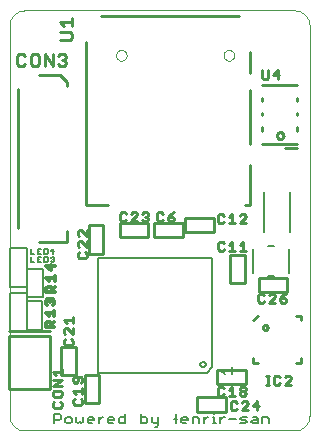
<source format=gto>
G75*
%MOIN*%
%OFA0B0*%
%FSLAX24Y24*%
%IPPOS*%
%LPD*%
%AMOC8*
5,1,8,0,0,1.08239X$1,22.5*
%
%ADD10C,0.0000*%
%ADD11C,0.0100*%
%ADD12C,0.0080*%
%ADD13C,0.0050*%
%ADD14C,0.0060*%
%ADD15C,0.0070*%
%ADD16C,0.0120*%
D10*
X000301Y000700D02*
X000301Y013700D01*
X000303Y013744D01*
X000309Y013787D01*
X000318Y013829D01*
X000331Y013871D01*
X000348Y013911D01*
X000368Y013950D01*
X000391Y013987D01*
X000418Y014021D01*
X000447Y014054D01*
X000480Y014083D01*
X000514Y014110D01*
X000551Y014133D01*
X000590Y014153D01*
X000630Y014170D01*
X000672Y014183D01*
X000714Y014192D01*
X000757Y014198D01*
X000801Y014200D01*
X009801Y014200D01*
X009845Y014198D01*
X009888Y014192D01*
X009930Y014183D01*
X009972Y014170D01*
X010012Y014153D01*
X010051Y014133D01*
X010088Y014110D01*
X010122Y014083D01*
X010155Y014054D01*
X010184Y014021D01*
X010211Y013987D01*
X010234Y013950D01*
X010254Y013911D01*
X010271Y013871D01*
X010284Y013829D01*
X010293Y013787D01*
X010299Y013744D01*
X010301Y013700D01*
X010301Y000700D01*
X010299Y000656D01*
X010293Y000613D01*
X010284Y000571D01*
X010271Y000529D01*
X010254Y000489D01*
X010234Y000450D01*
X010211Y000413D01*
X010184Y000379D01*
X010155Y000346D01*
X010122Y000317D01*
X010088Y000290D01*
X010051Y000267D01*
X010012Y000247D01*
X009972Y000230D01*
X009930Y000217D01*
X009888Y000208D01*
X009845Y000202D01*
X009801Y000200D01*
X000801Y000200D01*
X000757Y000202D01*
X000714Y000208D01*
X000672Y000217D01*
X000630Y000230D01*
X000590Y000247D01*
X000551Y000267D01*
X000514Y000290D01*
X000480Y000317D01*
X000447Y000346D01*
X000418Y000379D01*
X000391Y000413D01*
X000368Y000450D01*
X000348Y000489D01*
X000331Y000529D01*
X000318Y000571D01*
X000309Y000613D01*
X000303Y000656D01*
X000301Y000700D01*
X003853Y012704D02*
X003855Y012730D01*
X003861Y012756D01*
X003870Y012780D01*
X003883Y012803D01*
X003900Y012823D01*
X003919Y012841D01*
X003941Y012856D01*
X003964Y012867D01*
X003989Y012875D01*
X004015Y012879D01*
X004041Y012879D01*
X004067Y012875D01*
X004092Y012867D01*
X004116Y012856D01*
X004137Y012841D01*
X004156Y012823D01*
X004173Y012803D01*
X004186Y012780D01*
X004195Y012756D01*
X004201Y012730D01*
X004203Y012704D01*
X004201Y012678D01*
X004195Y012652D01*
X004186Y012628D01*
X004173Y012605D01*
X004156Y012585D01*
X004137Y012567D01*
X004115Y012552D01*
X004092Y012541D01*
X004067Y012533D01*
X004041Y012529D01*
X004015Y012529D01*
X003989Y012533D01*
X003964Y012541D01*
X003940Y012552D01*
X003919Y012567D01*
X003900Y012585D01*
X003883Y012605D01*
X003870Y012628D01*
X003861Y012652D01*
X003855Y012678D01*
X003853Y012704D01*
X007436Y012704D02*
X007438Y012730D01*
X007444Y012756D01*
X007453Y012780D01*
X007466Y012803D01*
X007483Y012823D01*
X007502Y012841D01*
X007524Y012856D01*
X007547Y012867D01*
X007572Y012875D01*
X007598Y012879D01*
X007624Y012879D01*
X007650Y012875D01*
X007675Y012867D01*
X007699Y012856D01*
X007720Y012841D01*
X007739Y012823D01*
X007756Y012803D01*
X007769Y012780D01*
X007778Y012756D01*
X007784Y012730D01*
X007786Y012704D01*
X007784Y012678D01*
X007778Y012652D01*
X007769Y012628D01*
X007756Y012605D01*
X007739Y012585D01*
X007720Y012567D01*
X007698Y012552D01*
X007675Y012541D01*
X007650Y012533D01*
X007624Y012529D01*
X007598Y012529D01*
X007572Y012533D01*
X007547Y012541D01*
X007523Y012552D01*
X007502Y012567D01*
X007483Y012585D01*
X007466Y012605D01*
X007453Y012628D01*
X007444Y012652D01*
X007438Y012678D01*
X007436Y012704D01*
D11*
X008320Y012822D02*
X008320Y012113D01*
X008320Y011562D02*
X008320Y009751D01*
X008712Y009762D02*
X009893Y009762D01*
X009893Y009605D02*
X009499Y009605D01*
X009210Y010026D02*
X009212Y010047D01*
X009218Y010067D01*
X009227Y010085D01*
X009239Y010102D01*
X009255Y010116D01*
X009273Y010127D01*
X009292Y010135D01*
X009313Y010139D01*
X009333Y010139D01*
X009354Y010135D01*
X009373Y010127D01*
X009391Y010116D01*
X009407Y010102D01*
X009419Y010085D01*
X009428Y010067D01*
X009434Y010047D01*
X009436Y010026D01*
X009434Y010005D01*
X009428Y009985D01*
X009419Y009967D01*
X009407Y009950D01*
X009391Y009936D01*
X009373Y009925D01*
X009354Y009917D01*
X009333Y009913D01*
X009313Y009913D01*
X009292Y009917D01*
X009273Y009925D01*
X009255Y009936D01*
X009239Y009950D01*
X009227Y009967D01*
X009218Y009985D01*
X009212Y010005D01*
X009210Y010026D01*
X008712Y010195D02*
X008712Y010313D01*
X008712Y010707D02*
X008712Y010786D01*
X008712Y011179D02*
X008712Y011298D01*
X008712Y011731D02*
X009893Y011731D01*
X009893Y011298D02*
X009893Y011179D01*
X009893Y010786D02*
X009893Y010707D01*
X009893Y010313D02*
X009893Y010195D01*
X009238Y011908D02*
X009238Y012208D01*
X009088Y012058D01*
X009288Y012058D01*
X008920Y011958D02*
X008920Y012208D01*
X008720Y012208D02*
X008720Y011958D01*
X008770Y011908D01*
X008870Y011908D01*
X008920Y011958D01*
X007965Y014003D02*
X003339Y014003D01*
X002867Y013157D02*
X002867Y007704D01*
X003595Y007704D01*
X003992Y007430D02*
X003992Y007229D01*
X004042Y007179D01*
X004142Y007179D01*
X004193Y007229D01*
X004193Y007430D02*
X004142Y007480D01*
X004042Y007480D01*
X003992Y007430D01*
X003982Y007129D02*
X003982Y006657D01*
X004927Y006657D01*
X004927Y007129D01*
X003982Y007129D01*
X004361Y007179D02*
X004561Y007380D01*
X004561Y007430D01*
X004511Y007480D01*
X004411Y007480D01*
X004361Y007430D01*
X004361Y007179D02*
X004561Y007179D01*
X004729Y007229D02*
X004779Y007179D01*
X004879Y007179D01*
X004929Y007229D01*
X004929Y007279D01*
X004879Y007329D01*
X004829Y007329D01*
X004879Y007329D02*
X004929Y007380D01*
X004929Y007430D01*
X004879Y007480D01*
X004779Y007480D01*
X004729Y007430D01*
X005126Y007119D02*
X006071Y007119D01*
X006071Y006647D01*
X005126Y006647D01*
X005126Y007119D01*
X005214Y007226D02*
X005264Y007176D01*
X005364Y007176D01*
X005414Y007226D01*
X005583Y007226D02*
X005633Y007176D01*
X005733Y007176D01*
X005783Y007226D01*
X005783Y007276D01*
X005733Y007326D01*
X005583Y007326D01*
X005583Y007226D01*
X005583Y007326D02*
X005683Y007426D01*
X005783Y007476D01*
X005414Y007426D02*
X005364Y007476D01*
X005264Y007476D01*
X005214Y007426D01*
X005214Y007226D01*
X006167Y007287D02*
X006167Y006814D01*
X007112Y006814D01*
X007112Y007287D01*
X006167Y007287D01*
X007240Y007351D02*
X007240Y007151D01*
X007290Y007101D01*
X007391Y007101D01*
X007441Y007151D01*
X007441Y007351D02*
X007391Y007401D01*
X007290Y007401D01*
X007240Y007351D01*
X007609Y007301D02*
X007709Y007401D01*
X007709Y007101D01*
X007609Y007101D02*
X007809Y007101D01*
X007977Y007101D02*
X008177Y007301D01*
X008177Y007351D01*
X008127Y007401D01*
X008027Y007401D01*
X007977Y007351D01*
X007977Y007101D02*
X008177Y007101D01*
X008162Y007704D02*
X008320Y007704D01*
X008320Y009043D01*
X008094Y006489D02*
X007994Y006389D01*
X008094Y006489D02*
X008094Y006189D01*
X007994Y006189D02*
X008194Y006189D01*
X008135Y006066D02*
X007663Y006066D01*
X007663Y005121D01*
X008135Y005121D01*
X008135Y006066D01*
X007826Y006189D02*
X007626Y006189D01*
X007726Y006189D02*
X007726Y006489D01*
X007626Y006389D01*
X007458Y006439D02*
X007408Y006489D01*
X007308Y006489D01*
X007257Y006439D01*
X007257Y006239D01*
X007308Y006189D01*
X007408Y006189D01*
X007458Y006239D01*
X008608Y005279D02*
X008608Y004807D01*
X009553Y004807D01*
X009553Y005279D01*
X008608Y005279D01*
X008646Y004757D02*
X008596Y004707D01*
X008596Y004507D01*
X008646Y004457D01*
X008746Y004457D01*
X008796Y004507D01*
X008964Y004457D02*
X009165Y004657D01*
X009165Y004707D01*
X009115Y004757D01*
X009014Y004757D01*
X008964Y004707D01*
X008796Y004707D02*
X008746Y004757D01*
X008646Y004757D01*
X008964Y004457D02*
X009165Y004457D01*
X009333Y004507D02*
X009383Y004457D01*
X009483Y004457D01*
X009533Y004507D01*
X009533Y004557D01*
X009483Y004607D01*
X009333Y004607D01*
X009333Y004507D01*
X009333Y004607D02*
X009433Y004707D01*
X009533Y004757D01*
X009850Y004026D02*
X010007Y004026D01*
X010007Y003869D01*
X010007Y002609D02*
X010007Y002452D01*
X009850Y002452D01*
X009627Y002026D02*
X009527Y002026D01*
X009477Y001976D01*
X009309Y001976D02*
X009259Y002026D01*
X009159Y002026D01*
X009109Y001976D01*
X009109Y001776D01*
X009159Y001726D01*
X009259Y001726D01*
X009309Y001776D01*
X009477Y001726D02*
X009677Y001926D01*
X009677Y001976D01*
X009627Y002026D01*
X009677Y001726D02*
X009477Y001726D01*
X008963Y001726D02*
X008863Y001726D01*
X008913Y001726D02*
X008913Y002026D01*
X008863Y002026D02*
X008963Y002026D01*
X008590Y002452D02*
X008433Y002452D01*
X008433Y002609D01*
X008175Y002208D02*
X007230Y002208D01*
X007230Y001736D01*
X008175Y001736D01*
X008175Y002208D01*
X008127Y001653D02*
X008027Y001653D01*
X007977Y001603D01*
X007977Y001553D01*
X008027Y001503D01*
X008127Y001503D01*
X008177Y001453D01*
X008177Y001403D01*
X008127Y001353D01*
X008027Y001353D01*
X007977Y001403D01*
X007977Y001453D01*
X008027Y001503D01*
X008127Y001503D02*
X008177Y001553D01*
X008177Y001603D01*
X008127Y001653D01*
X007809Y001353D02*
X007609Y001353D01*
X007709Y001353D02*
X007709Y001653D01*
X007609Y001553D01*
X007505Y001303D02*
X006560Y001303D01*
X006560Y000830D01*
X007505Y000830D01*
X007505Y001303D01*
X007441Y001403D02*
X007391Y001353D01*
X007290Y001353D01*
X007240Y001403D01*
X007240Y001603D01*
X007290Y001653D01*
X007391Y001653D01*
X007441Y001603D01*
X007724Y001180D02*
X007673Y001130D01*
X007673Y000930D01*
X007724Y000880D01*
X007824Y000880D01*
X007874Y000930D01*
X007874Y001130D02*
X007824Y001180D01*
X007724Y001180D01*
X008042Y001130D02*
X008092Y001180D01*
X008192Y001180D01*
X008242Y001130D01*
X008242Y001080D01*
X008042Y000880D01*
X008242Y000880D01*
X008410Y001030D02*
X008610Y001030D01*
X008560Y000880D02*
X008560Y001180D01*
X008410Y001030D01*
X008747Y003633D02*
X008749Y003651D01*
X008755Y003667D01*
X008764Y003682D01*
X008777Y003695D01*
X008792Y003704D01*
X008808Y003710D01*
X008826Y003712D01*
X008844Y003710D01*
X008860Y003704D01*
X008875Y003695D01*
X008888Y003682D01*
X008897Y003667D01*
X008903Y003651D01*
X008905Y003633D01*
X008903Y003615D01*
X008897Y003599D01*
X008888Y003584D01*
X008875Y003571D01*
X008860Y003562D01*
X008844Y003556D01*
X008826Y003554D01*
X008808Y003556D01*
X008792Y003562D01*
X008777Y003571D01*
X008764Y003584D01*
X008755Y003599D01*
X008749Y003615D01*
X008747Y003633D01*
X008433Y003869D02*
X008590Y004026D01*
X003431Y006090D02*
X003431Y007035D01*
X002958Y007035D01*
X002958Y006090D01*
X003431Y006090D01*
X002871Y006087D02*
X002871Y005987D01*
X002821Y005937D01*
X002621Y005937D01*
X002571Y005987D01*
X002571Y006087D01*
X002621Y006137D01*
X002621Y006305D02*
X002571Y006355D01*
X002571Y006455D01*
X002621Y006505D01*
X002671Y006505D01*
X002871Y006305D01*
X002871Y006505D01*
X002871Y006673D02*
X002671Y006873D01*
X002621Y006873D01*
X002571Y006823D01*
X002571Y006723D01*
X002621Y006673D01*
X002871Y006673D02*
X002871Y006873D01*
X002821Y006137D02*
X002871Y006087D01*
X002232Y006472D02*
X001287Y006472D01*
X000579Y006944D02*
X000579Y011590D01*
X000617Y012349D02*
X000750Y012349D01*
X000817Y012415D01*
X000817Y012682D02*
X000750Y012749D01*
X000617Y012749D01*
X000550Y012682D01*
X000550Y012415D01*
X000617Y012349D01*
X001010Y012415D02*
X001077Y012349D01*
X001211Y012349D01*
X001277Y012415D01*
X001277Y012682D01*
X001211Y012749D01*
X001077Y012749D01*
X001010Y012682D01*
X001010Y012415D01*
X001287Y012062D02*
X001996Y012062D01*
X002232Y011826D01*
X002232Y011669D01*
X002131Y012349D02*
X001998Y012349D01*
X001931Y012415D01*
X002065Y012549D02*
X002131Y012549D01*
X002198Y012482D01*
X002198Y012415D01*
X002131Y012349D01*
X002131Y012549D02*
X002198Y012615D01*
X002198Y012682D01*
X002131Y012749D01*
X001998Y012749D01*
X001931Y012682D01*
X001738Y012749D02*
X001738Y012349D01*
X001471Y012749D01*
X001471Y012349D01*
X001978Y013222D02*
X002312Y013222D01*
X002379Y013289D01*
X002379Y013422D01*
X002312Y013489D01*
X001978Y013489D01*
X002112Y013682D02*
X001978Y013816D01*
X002379Y013816D01*
X002379Y013949D02*
X002379Y013682D01*
X002232Y006865D02*
X002232Y006472D01*
X002416Y003982D02*
X002416Y003782D01*
X002416Y003882D02*
X002116Y003882D01*
X002216Y003782D01*
X002216Y003614D02*
X002166Y003614D01*
X002116Y003564D01*
X002116Y003464D01*
X002166Y003414D01*
X002166Y003246D02*
X002116Y003196D01*
X002116Y003096D01*
X002166Y003046D01*
X002366Y003046D01*
X002416Y003096D01*
X002416Y003196D01*
X002366Y003246D01*
X002416Y003414D02*
X002216Y003614D01*
X002416Y003614D02*
X002416Y003414D01*
X002505Y002996D02*
X002033Y002996D01*
X002033Y002051D01*
X002505Y002051D01*
X002505Y002996D01*
X002045Y002258D02*
X002045Y002058D01*
X002045Y002158D02*
X001744Y002158D01*
X001844Y002058D01*
X001744Y001889D02*
X002045Y001889D01*
X001744Y001689D01*
X002045Y001689D01*
X001995Y001521D02*
X001794Y001521D01*
X001744Y001471D01*
X001744Y001371D01*
X001794Y001321D01*
X001995Y001321D01*
X002045Y001371D01*
X002045Y001471D01*
X001995Y001521D01*
X001663Y001573D02*
X001663Y003345D01*
X000286Y003345D01*
X000286Y001573D01*
X001663Y001573D01*
X001794Y001153D02*
X001744Y001103D01*
X001744Y001003D01*
X001794Y000953D01*
X001995Y000953D01*
X002045Y001003D01*
X002045Y001103D01*
X001995Y001153D01*
X002431Y001107D02*
X002481Y001057D01*
X002681Y001057D01*
X002731Y001107D01*
X002731Y001207D01*
X002681Y001257D01*
X002731Y001426D02*
X002731Y001626D01*
X002731Y001526D02*
X002431Y001526D01*
X002531Y001426D01*
X002481Y001257D02*
X002431Y001207D01*
X002431Y001107D01*
X002820Y001106D02*
X003293Y001106D01*
X003293Y002051D01*
X002820Y002051D01*
X002820Y001106D01*
X002681Y001794D02*
X002731Y001844D01*
X002731Y001944D01*
X002681Y001994D01*
X002481Y001994D01*
X002431Y001944D01*
X002431Y001844D01*
X002481Y001794D01*
X002531Y001794D01*
X002581Y001844D01*
X002581Y001994D01*
X001663Y003522D02*
X000286Y003522D01*
D12*
X001797Y000757D02*
X001957Y000757D01*
X002011Y000704D01*
X002011Y000597D01*
X001957Y000544D01*
X001797Y000544D01*
X001797Y000437D02*
X001797Y000757D01*
X002166Y000597D02*
X002166Y000490D01*
X002219Y000437D01*
X002326Y000437D01*
X002379Y000490D01*
X002379Y000597D01*
X002326Y000651D01*
X002219Y000651D01*
X002166Y000597D01*
X002534Y000651D02*
X002534Y000490D01*
X002587Y000437D01*
X002641Y000490D01*
X002694Y000437D01*
X002747Y000490D01*
X002747Y000651D01*
X002902Y000597D02*
X002902Y000490D01*
X002956Y000437D01*
X003062Y000437D01*
X003116Y000544D02*
X002902Y000544D01*
X002902Y000597D02*
X002956Y000651D01*
X003062Y000651D01*
X003116Y000597D01*
X003116Y000544D01*
X003271Y000544D02*
X003377Y000651D01*
X003431Y000651D01*
X003578Y000597D02*
X003578Y000490D01*
X003631Y000437D01*
X003738Y000437D01*
X003791Y000544D02*
X003578Y000544D01*
X003578Y000597D02*
X003631Y000651D01*
X003738Y000651D01*
X003791Y000597D01*
X003791Y000544D01*
X003946Y000597D02*
X003946Y000490D01*
X003999Y000437D01*
X004159Y000437D01*
X004159Y000757D01*
X004159Y000651D02*
X003999Y000651D01*
X003946Y000597D01*
X003271Y000651D02*
X003271Y000437D01*
X004682Y000437D02*
X004843Y000437D01*
X004896Y000490D01*
X004896Y000597D01*
X004843Y000651D01*
X004682Y000651D01*
X004682Y000757D02*
X004682Y000437D01*
X005051Y000490D02*
X005104Y000437D01*
X005264Y000437D01*
X005264Y000384D02*
X005211Y000330D01*
X005158Y000330D01*
X005264Y000384D02*
X005264Y000651D01*
X005051Y000651D02*
X005051Y000490D01*
X005787Y000597D02*
X005894Y000597D01*
X005841Y000704D02*
X005894Y000757D01*
X005841Y000704D02*
X005841Y000437D01*
X006033Y000490D02*
X006033Y000597D01*
X006086Y000651D01*
X006193Y000651D01*
X006246Y000597D01*
X006246Y000544D01*
X006033Y000544D01*
X006033Y000490D02*
X006086Y000437D01*
X006193Y000437D01*
X006401Y000437D02*
X006401Y000651D01*
X006561Y000651D01*
X006615Y000597D01*
X006615Y000437D01*
X006770Y000437D02*
X006770Y000651D01*
X006876Y000651D02*
X006770Y000544D01*
X006876Y000651D02*
X006930Y000651D01*
X007076Y000651D02*
X007130Y000651D01*
X007130Y000437D01*
X007183Y000437D02*
X007076Y000437D01*
X007322Y000437D02*
X007322Y000651D01*
X007322Y000544D02*
X007429Y000651D01*
X007482Y000651D01*
X007629Y000597D02*
X007842Y000597D01*
X007997Y000597D02*
X008051Y000651D01*
X008211Y000651D01*
X008157Y000544D02*
X008051Y000544D01*
X007997Y000597D01*
X007997Y000437D02*
X008157Y000437D01*
X008211Y000490D01*
X008157Y000544D01*
X008366Y000490D02*
X008419Y000544D01*
X008579Y000544D01*
X008579Y000597D02*
X008579Y000437D01*
X008419Y000437D01*
X008366Y000490D01*
X008419Y000651D02*
X008526Y000651D01*
X008579Y000597D01*
X008734Y000651D02*
X008734Y000437D01*
X008734Y000651D02*
X008894Y000651D01*
X008947Y000597D01*
X008947Y000437D01*
X007130Y000757D02*
X007130Y000811D01*
D13*
X006868Y002124D02*
X007065Y002321D01*
X007065Y005943D01*
X003246Y005943D01*
X003246Y002124D01*
X006868Y002124D01*
X006662Y002400D02*
X006664Y002418D01*
X006670Y002436D01*
X006679Y002452D01*
X006691Y002465D01*
X006706Y002476D01*
X006723Y002484D01*
X006741Y002488D01*
X006759Y002488D01*
X006777Y002484D01*
X006794Y002476D01*
X006809Y002465D01*
X006821Y002452D01*
X006830Y002436D01*
X006836Y002418D01*
X006838Y002400D01*
X006836Y002382D01*
X006830Y002364D01*
X006821Y002348D01*
X006809Y002335D01*
X006794Y002324D01*
X006777Y002316D01*
X006759Y002312D01*
X006741Y002312D01*
X006723Y002316D01*
X006706Y002324D01*
X006691Y002335D01*
X006679Y002348D01*
X006670Y002364D01*
X006664Y002382D01*
X006662Y002400D01*
X008411Y005436D02*
X008411Y006263D01*
X008794Y006825D02*
X008794Y008164D01*
X009661Y008164D02*
X009661Y006825D01*
X009631Y006263D02*
X009631Y005436D01*
X009120Y005358D02*
X008923Y005358D01*
X008923Y006342D02*
X009120Y006342D01*
X001401Y005591D02*
X001401Y004646D01*
X000889Y004646D01*
X000889Y005591D01*
X001401Y005591D01*
X000885Y004969D02*
X000885Y006269D01*
X000334Y006269D01*
X000334Y004969D01*
X000885Y004969D01*
X000885Y004795D02*
X000334Y004795D01*
X000334Y003495D01*
X000885Y003495D01*
X000885Y004795D01*
X000885Y004511D02*
X001397Y004511D01*
X001397Y003566D01*
X000885Y003566D01*
X000885Y004511D01*
D14*
X007364Y002189D02*
X007704Y002189D01*
X007704Y002302D02*
X007704Y002075D01*
X007477Y002075D02*
X007364Y002189D01*
D15*
X001793Y005848D02*
X001765Y005819D01*
X001708Y005819D01*
X001680Y005848D01*
X001737Y005905D02*
X001765Y005905D01*
X001793Y005876D01*
X001793Y005848D01*
X001765Y005905D02*
X001793Y005933D01*
X001793Y005961D01*
X001765Y005990D01*
X001708Y005990D01*
X001680Y005961D01*
X001572Y005961D02*
X001572Y005848D01*
X001544Y005819D01*
X001459Y005819D01*
X001459Y005990D01*
X001544Y005990D01*
X001572Y005961D01*
X001544Y006095D02*
X001459Y006095D01*
X001459Y006265D01*
X001544Y006265D01*
X001572Y006237D01*
X001572Y006123D01*
X001544Y006095D01*
X001680Y006180D02*
X001793Y006180D01*
X001765Y006095D02*
X001765Y006265D01*
X001680Y006180D01*
X001351Y006095D02*
X001238Y006095D01*
X001238Y006265D01*
X001351Y006265D01*
X001295Y006180D02*
X001238Y006180D01*
X001130Y006095D02*
X001017Y006095D01*
X001017Y006265D01*
X001017Y005990D02*
X001017Y005819D01*
X001130Y005819D01*
X001238Y005819D02*
X001238Y005990D01*
X001351Y005990D01*
X001295Y005905D02*
X001238Y005905D01*
X001238Y005819D02*
X001351Y005819D01*
D16*
X001533Y005682D02*
X001673Y005541D01*
X001673Y005728D01*
X001813Y005682D02*
X001533Y005682D01*
X001533Y005267D02*
X001813Y005267D01*
X001813Y005360D02*
X001813Y005173D01*
X001813Y004992D02*
X001720Y004898D01*
X001720Y004945D02*
X001720Y004805D01*
X001813Y004805D02*
X001533Y004805D01*
X001533Y004945D01*
X001580Y004992D01*
X001673Y004992D01*
X001720Y004945D01*
X001626Y005173D02*
X001533Y005267D01*
X001555Y004567D02*
X001602Y004567D01*
X001649Y004521D01*
X001695Y004567D01*
X001742Y004567D01*
X001789Y004521D01*
X001789Y004427D01*
X001742Y004380D01*
X001649Y004474D02*
X001649Y004521D01*
X001555Y004567D02*
X001508Y004521D01*
X001508Y004427D01*
X001555Y004380D01*
X001508Y004106D02*
X001789Y004106D01*
X001789Y004199D02*
X001789Y004012D01*
X001789Y003831D02*
X001695Y003737D01*
X001695Y003784D02*
X001695Y003644D01*
X001789Y003644D02*
X001508Y003644D01*
X001508Y003784D01*
X001555Y003831D01*
X001649Y003831D01*
X001695Y003784D01*
X001602Y004012D02*
X001508Y004106D01*
M02*

</source>
